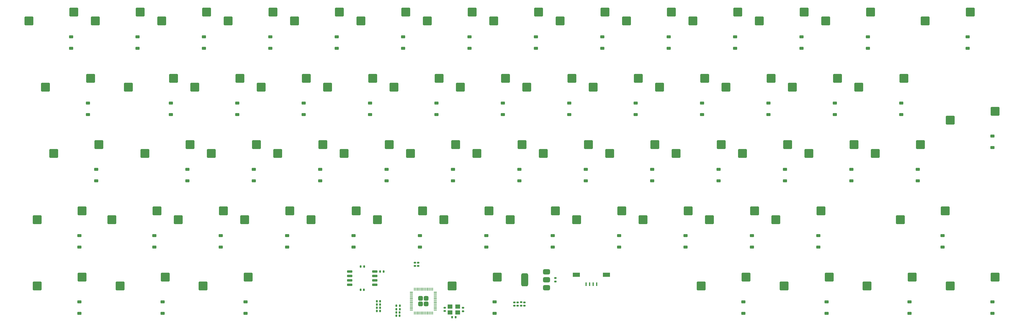
<source format=gbr>
%TF.GenerationSoftware,KiCad,Pcbnew,8.0.3*%
%TF.CreationDate,2024-08-17T23:38:57+08:00*%
%TF.ProjectId,PH60_Rev3,50483630-5f52-4657-9633-2e6b69636164,rev?*%
%TF.SameCoordinates,Original*%
%TF.FileFunction,Paste,Bot*%
%TF.FilePolarity,Positive*%
%FSLAX46Y46*%
G04 Gerber Fmt 4.6, Leading zero omitted, Abs format (unit mm)*
G04 Created by KiCad (PCBNEW 8.0.3) date 2024-08-17 23:38:57*
%MOMM*%
%LPD*%
G01*
G04 APERTURE LIST*
G04 Aperture macros list*
%AMRoundRect*
0 Rectangle with rounded corners*
0 $1 Rounding radius*
0 $2 $3 $4 $5 $6 $7 $8 $9 X,Y pos of 4 corners*
0 Add a 4 corners polygon primitive as box body*
4,1,4,$2,$3,$4,$5,$6,$7,$8,$9,$2,$3,0*
0 Add four circle primitives for the rounded corners*
1,1,$1+$1,$2,$3*
1,1,$1+$1,$4,$5*
1,1,$1+$1,$6,$7*
1,1,$1+$1,$8,$9*
0 Add four rect primitives between the rounded corners*
20,1,$1+$1,$2,$3,$4,$5,0*
20,1,$1+$1,$4,$5,$6,$7,0*
20,1,$1+$1,$6,$7,$8,$9,0*
20,1,$1+$1,$8,$9,$2,$3,0*%
G04 Aperture macros list end*
%ADD10RoundRect,0.250000X-1.025000X-1.000000X1.025000X-1.000000X1.025000X1.000000X-1.025000X1.000000X0*%
%ADD11RoundRect,0.225000X0.375000X-0.225000X0.375000X0.225000X-0.375000X0.225000X-0.375000X-0.225000X0*%
%ADD12RoundRect,0.140000X0.170000X-0.140000X0.170000X0.140000X-0.170000X0.140000X-0.170000X-0.140000X0*%
%ADD13RoundRect,0.135000X-0.135000X-0.185000X0.135000X-0.185000X0.135000X0.185000X-0.135000X0.185000X0*%
%ADD14RoundRect,0.249999X-0.395001X0.395001X-0.395001X-0.395001X0.395001X-0.395001X0.395001X0.395001X0*%
%ADD15RoundRect,0.050000X-0.050000X0.387500X-0.050000X-0.387500X0.050000X-0.387500X0.050000X0.387500X0*%
%ADD16RoundRect,0.050000X-0.387500X0.050000X-0.387500X-0.050000X0.387500X-0.050000X0.387500X0.050000X0*%
%ADD17RoundRect,0.140000X0.140000X0.170000X-0.140000X0.170000X-0.140000X-0.170000X0.140000X-0.170000X0*%
%ADD18RoundRect,0.375000X0.625000X0.375000X-0.625000X0.375000X-0.625000X-0.375000X0.625000X-0.375000X0*%
%ADD19RoundRect,0.500000X0.500000X1.400000X-0.500000X1.400000X-0.500000X-1.400000X0.500000X-1.400000X0*%
%ADD20RoundRect,0.140000X-0.170000X0.140000X-0.170000X-0.140000X0.170000X-0.140000X0.170000X0.140000X0*%
%ADD21RoundRect,0.135000X0.135000X0.185000X-0.135000X0.185000X-0.135000X-0.185000X0.135000X-0.185000X0*%
%ADD22RoundRect,0.150000X0.650000X0.150000X-0.650000X0.150000X-0.650000X-0.150000X0.650000X-0.150000X0*%
%ADD23RoundRect,0.140000X-0.140000X-0.170000X0.140000X-0.170000X0.140000X0.170000X-0.140000X0.170000X0*%
%ADD24R,1.400000X1.200000*%
%ADD25R,0.400000X1.000000*%
%ADD26R,2.000000X1.300000*%
G04 APERTURE END LIST*
D10*
%TO.C,S36*%
X150077500Y-45085000D03*
X163004500Y-42545000D03*
%TD*%
%TO.C,S19*%
X88165000Y-26035000D03*
X101092000Y-23495000D03*
%TD*%
%TO.C,S35*%
X131027500Y-45085000D03*
X143954500Y-42545000D03*
%TD*%
%TO.C,S28*%
X266758750Y-35560000D03*
X279685750Y-33020000D03*
%TD*%
%TO.C,S13*%
X231040000Y-6985000D03*
X243967000Y-4445000D03*
%TD*%
%TO.C,S2*%
X21490000Y-6985000D03*
X34417000Y-4445000D03*
%TD*%
%TO.C,S49*%
X140552500Y-64135000D03*
X153479500Y-61595000D03*
%TD*%
%TO.C,S54*%
X252471250Y-64135000D03*
X265398250Y-61595000D03*
%TD*%
%TO.C,S29*%
X9583750Y-45085000D03*
X22510750Y-42545000D03*
%TD*%
%TO.C,S25*%
X202465000Y-26035000D03*
X215392000Y-23495000D03*
%TD*%
%TO.C,S55*%
X4821250Y-83185000D03*
X17748250Y-80645000D03*
%TD*%
%TO.C,S26*%
X221515000Y-26035000D03*
X234442000Y-23495000D03*
%TD*%
%TO.C,S62*%
X266758750Y-83185000D03*
X279685750Y-80645000D03*
%TD*%
%TO.C,S31*%
X54827500Y-45085000D03*
X67754500Y-42545000D03*
%TD*%
%TO.C,S44*%
X45302500Y-64135000D03*
X58229500Y-61595000D03*
%TD*%
%TO.C,S59*%
X195321250Y-83185000D03*
X208248250Y-80645000D03*
%TD*%
%TO.C,S45*%
X64352500Y-64135000D03*
X77279500Y-61595000D03*
%TD*%
%TO.C,S34*%
X111977500Y-45085000D03*
X124904500Y-42545000D03*
%TD*%
%TO.C,S37*%
X169127500Y-45085000D03*
X182054500Y-42545000D03*
%TD*%
%TO.C,S46*%
X83402500Y-64135000D03*
X96329500Y-61595000D03*
%TD*%
%TO.C,S20*%
X107215000Y-26035000D03*
X120142000Y-23495000D03*
%TD*%
%TO.C,S9*%
X154840000Y-6985000D03*
X167767000Y-4445000D03*
%TD*%
%TO.C,S33*%
X92927500Y-45085000D03*
X105854500Y-42545000D03*
%TD*%
%TO.C,S39*%
X207227500Y-45085000D03*
X220154500Y-42545000D03*
%TD*%
%TO.C,S38*%
X188177500Y-45085000D03*
X201104500Y-42545000D03*
%TD*%
%TO.C,S5*%
X78640000Y-6985000D03*
X91567000Y-4445000D03*
%TD*%
%TO.C,S8*%
X135790000Y-6985000D03*
X148717000Y-4445000D03*
%TD*%
%TO.C,S40*%
X226277500Y-45085000D03*
X239204500Y-42545000D03*
%TD*%
%TO.C,S30*%
X35777500Y-45085000D03*
X48704500Y-42545000D03*
%TD*%
%TO.C,S21*%
X126265000Y-26035000D03*
X139192000Y-23495000D03*
%TD*%
%TO.C,S12*%
X211990000Y-6985000D03*
X224917000Y-4445000D03*
%TD*%
%TO.C,S15*%
X7202500Y-26035000D03*
X20129500Y-23495000D03*
%TD*%
%TO.C,S11*%
X192940000Y-6985000D03*
X205867000Y-4445000D03*
%TD*%
%TO.C,S18*%
X69115000Y-26035000D03*
X82042000Y-23495000D03*
%TD*%
%TO.C,S60*%
X219133750Y-83185000D03*
X232060750Y-80645000D03*
%TD*%
%TO.C,S56*%
X28633750Y-83185000D03*
X41560750Y-80645000D03*
%TD*%
%TO.C,S50*%
X159602500Y-64135000D03*
X172529500Y-61595000D03*
%TD*%
%TO.C,S43*%
X26252500Y-64135000D03*
X39179500Y-61595000D03*
%TD*%
%TO.C,S51*%
X178652500Y-64135000D03*
X191579500Y-61595000D03*
%TD*%
%TO.C,S52*%
X197702500Y-64135000D03*
X210629500Y-61595000D03*
%TD*%
%TO.C,S48*%
X121502500Y-64135000D03*
X134429500Y-61595000D03*
%TD*%
%TO.C,S42*%
X4821250Y-64135000D03*
X17748250Y-61595000D03*
%TD*%
%TO.C,S22*%
X145315000Y-26035000D03*
X158242000Y-23495000D03*
%TD*%
%TO.C,S61*%
X242946250Y-83185000D03*
X255873250Y-80645000D03*
%TD*%
%TO.C,S14*%
X259615000Y-6985000D03*
X272542000Y-4445000D03*
%TD*%
%TO.C,S4*%
X59590000Y-6985000D03*
X72517000Y-4445000D03*
%TD*%
%TO.C,S10*%
X173890000Y-6985000D03*
X186817000Y-4445000D03*
%TD*%
%TO.C,S41*%
X245327500Y-45085000D03*
X258254500Y-42545000D03*
%TD*%
%TO.C,S47*%
X102452500Y-64135000D03*
X115379500Y-61595000D03*
%TD*%
%TO.C,S3*%
X40540000Y-6985000D03*
X53467000Y-4445000D03*
%TD*%
%TO.C,S16*%
X31015000Y-26035000D03*
X43942000Y-23495000D03*
%TD*%
%TO.C,S7*%
X116740000Y-6985000D03*
X129667000Y-4445000D03*
%TD*%
%TO.C,S23*%
X164365000Y-26035000D03*
X177292000Y-23495000D03*
%TD*%
%TO.C,S53*%
X216752500Y-64135000D03*
X229679500Y-61595000D03*
%TD*%
%TO.C,S27*%
X240565000Y-26035000D03*
X253492000Y-23495000D03*
%TD*%
%TO.C,S6*%
X97690000Y-6985000D03*
X110617000Y-4445000D03*
%TD*%
%TO.C,S24*%
X183415000Y-26035000D03*
X196342000Y-23495000D03*
%TD*%
%TO.C,S58*%
X123883750Y-83185000D03*
X136810750Y-80645000D03*
%TD*%
%TO.C,S57*%
X52446250Y-83185000D03*
X65373250Y-80645000D03*
%TD*%
%TO.C,S1*%
X2440000Y-6985000D03*
X15367000Y-4445000D03*
%TD*%
%TO.C,S32*%
X73877500Y-45085000D03*
X86804500Y-42545000D03*
%TD*%
%TO.C,S17*%
X50065000Y-26035000D03*
X62992000Y-23495000D03*
%TD*%
D11*
%TO.C,D42*%
X16986250Y-71975000D03*
X16986250Y-68675000D03*
%TD*%
D12*
%TO.C,C7*%
X141750000Y-88850000D03*
X141750000Y-87890000D03*
%TD*%
D11*
%TO.C,D38*%
X200342500Y-52925000D03*
X200342500Y-49625000D03*
%TD*%
%TO.C,D18*%
X81280000Y-33875000D03*
X81280000Y-30575000D03*
%TD*%
D13*
%TO.C,R3*%
X107880000Y-88900000D03*
X108900000Y-88900000D03*
%TD*%
D11*
%TO.C,D55*%
X16986250Y-91025000D03*
X16986250Y-87725000D03*
%TD*%
%TO.C,D23*%
X176530000Y-33875000D03*
X176530000Y-30575000D03*
%TD*%
%TO.C,D53*%
X228917500Y-71975000D03*
X228917500Y-68675000D03*
%TD*%
D12*
%TO.C,C3*%
X127000000Y-90430000D03*
X127000000Y-89470000D03*
%TD*%
D14*
%TO.C,U3*%
X116450000Y-86737500D03*
X114850000Y-86737500D03*
X116450000Y-88337500D03*
X114850000Y-88337500D03*
D15*
X113050000Y-84100000D03*
X113450000Y-84100000D03*
X113850000Y-84100000D03*
X114250000Y-84100000D03*
X114650000Y-84100000D03*
X115050000Y-84100000D03*
X115450000Y-84100000D03*
X115850000Y-84100000D03*
X116250000Y-84100000D03*
X116650000Y-84100000D03*
X117050000Y-84100000D03*
X117450000Y-84100000D03*
X117850000Y-84100000D03*
X118250000Y-84100000D03*
D16*
X119087500Y-84937500D03*
X119087500Y-85337500D03*
X119087500Y-85737500D03*
X119087500Y-86137500D03*
X119087500Y-86537500D03*
X119087500Y-86937500D03*
X119087500Y-87337500D03*
X119087500Y-87737500D03*
X119087500Y-88137500D03*
X119087500Y-88537500D03*
X119087500Y-88937500D03*
X119087500Y-89337500D03*
X119087500Y-89737500D03*
X119087500Y-90137500D03*
D15*
X118250000Y-90975000D03*
X117850000Y-90975000D03*
X117450000Y-90975000D03*
X117050000Y-90975000D03*
X116650000Y-90975000D03*
X116250000Y-90975000D03*
X115850000Y-90975000D03*
X115450000Y-90975000D03*
X115050000Y-90975000D03*
X114650000Y-90975000D03*
X114250000Y-90975000D03*
X113850000Y-90975000D03*
X113450000Y-90975000D03*
X113050000Y-90975000D03*
D16*
X112212500Y-90137500D03*
X112212500Y-89737500D03*
X112212500Y-89337500D03*
X112212500Y-88937500D03*
X112212500Y-88537500D03*
X112212500Y-88137500D03*
X112212500Y-87737500D03*
X112212500Y-87337500D03*
X112212500Y-86937500D03*
X112212500Y-86537500D03*
X112212500Y-86137500D03*
X112212500Y-85737500D03*
X112212500Y-85337500D03*
X112212500Y-84937500D03*
%TD*%
D11*
%TO.C,D50*%
X171767500Y-71975000D03*
X171767500Y-68675000D03*
%TD*%
%TO.C,D57*%
X64611250Y-91025000D03*
X64611250Y-87725000D03*
%TD*%
D17*
%TO.C,C13*%
X103250000Y-88530000D03*
X102290000Y-88530000D03*
%TD*%
D11*
%TO.C,D15*%
X19367500Y-33875000D03*
X19367500Y-30575000D03*
%TD*%
D17*
%TO.C,C10*%
X108850000Y-91750000D03*
X107890000Y-91750000D03*
%TD*%
D11*
%TO.C,D8*%
X147955000Y-14825000D03*
X147955000Y-11525000D03*
%TD*%
D18*
%TO.C,U1*%
X151000000Y-79100000D03*
X151000000Y-81400000D03*
X151000000Y-83700000D03*
D19*
X144700000Y-81400000D03*
%TD*%
D12*
%TO.C,C11*%
X144600000Y-88850000D03*
X144600000Y-87890000D03*
%TD*%
D11*
%TO.C,D19*%
X100330000Y-33875000D03*
X100330000Y-30575000D03*
%TD*%
%TO.C,D21*%
X138430000Y-33875000D03*
X138430000Y-30575000D03*
%TD*%
%TO.C,D40*%
X238442500Y-52925000D03*
X238442500Y-49625000D03*
%TD*%
%TO.C,D36*%
X162242500Y-52925000D03*
X162242500Y-49625000D03*
%TD*%
D20*
%TO.C,C2*%
X121800000Y-89450000D03*
X121800000Y-90410000D03*
%TD*%
D11*
%TO.C,D52*%
X209867500Y-71975000D03*
X209867500Y-68675000D03*
%TD*%
%TO.C,D16*%
X43180000Y-33875000D03*
X43180000Y-30575000D03*
%TD*%
%TO.C,D28*%
X278923750Y-43400000D03*
X278923750Y-40100000D03*
%TD*%
%TO.C,D58*%
X136048750Y-91025000D03*
X136048750Y-87725000D03*
%TD*%
%TO.C,D59*%
X207486250Y-91025000D03*
X207486250Y-87725000D03*
%TD*%
%TO.C,D48*%
X133667500Y-71975000D03*
X133667500Y-68675000D03*
%TD*%
D17*
%TO.C,C14*%
X103250000Y-89450000D03*
X102290000Y-89450000D03*
%TD*%
D21*
%TO.C,R5*%
X124900000Y-92150000D03*
X123880000Y-92150000D03*
%TD*%
D11*
%TO.C,D49*%
X152717500Y-71975000D03*
X152717500Y-68675000D03*
%TD*%
%TO.C,D35*%
X143192500Y-52925000D03*
X143192500Y-49625000D03*
%TD*%
D12*
%TO.C,C15*%
X114120000Y-77460000D03*
X114120000Y-76500000D03*
%TD*%
D11*
%TO.C,D43*%
X38417500Y-71975000D03*
X38417500Y-68675000D03*
%TD*%
%TO.C,D45*%
X76517500Y-71975000D03*
X76517500Y-68675000D03*
%TD*%
%TO.C,D10*%
X186055000Y-14825000D03*
X186055000Y-11525000D03*
%TD*%
%TO.C,D37*%
X181292500Y-52925000D03*
X181292500Y-49625000D03*
%TD*%
%TO.C,D56*%
X40798750Y-91025000D03*
X40798750Y-87725000D03*
%TD*%
%TO.C,D44*%
X57467500Y-71975000D03*
X57467500Y-68675000D03*
%TD*%
%TO.C,D6*%
X109855000Y-14825000D03*
X109855000Y-11525000D03*
%TD*%
%TO.C,D30*%
X47942500Y-52925000D03*
X47942500Y-49625000D03*
%TD*%
D12*
%TO.C,C4*%
X142700000Y-88850000D03*
X142700000Y-87890000D03*
%TD*%
D17*
%TO.C,C6*%
X103240000Y-87600000D03*
X102280000Y-87600000D03*
%TD*%
D11*
%TO.C,D12*%
X224155000Y-14825000D03*
X224155000Y-11525000D03*
%TD*%
%TO.C,D32*%
X86042500Y-52925000D03*
X86042500Y-49625000D03*
%TD*%
D12*
%TO.C,C16*%
X113200000Y-77460000D03*
X113200000Y-76500000D03*
%TD*%
D11*
%TO.C,D25*%
X214630000Y-33875000D03*
X214630000Y-30575000D03*
%TD*%
%TO.C,D20*%
X119380000Y-33875000D03*
X119380000Y-30575000D03*
%TD*%
D22*
%TO.C,U2*%
X101700000Y-79045000D03*
X101700000Y-80315000D03*
X101700000Y-81585000D03*
X101700000Y-82855000D03*
X94500000Y-82855000D03*
X94500000Y-81585000D03*
X94500000Y-80315000D03*
X94500000Y-79045000D03*
%TD*%
D11*
%TO.C,D39*%
X219392500Y-52925000D03*
X219392500Y-49625000D03*
%TD*%
%TO.C,D3*%
X52705000Y-14825000D03*
X52705000Y-11525000D03*
%TD*%
%TO.C,D22*%
X157480000Y-33875000D03*
X157480000Y-30575000D03*
%TD*%
%TO.C,D60*%
X231298750Y-91025000D03*
X231298750Y-87725000D03*
%TD*%
D17*
%TO.C,C8*%
X108850000Y-90800000D03*
X107890000Y-90800000D03*
%TD*%
D11*
%TO.C,D61*%
X255111250Y-91025000D03*
X255111250Y-87725000D03*
%TD*%
%TO.C,D1*%
X14605000Y-14825000D03*
X14605000Y-11525000D03*
%TD*%
%TO.C,D62*%
X278923750Y-91025000D03*
X278923750Y-87725000D03*
%TD*%
%TO.C,D26*%
X233680000Y-33875000D03*
X233680000Y-30575000D03*
%TD*%
%TO.C,D17*%
X62230000Y-33875000D03*
X62230000Y-30575000D03*
%TD*%
%TO.C,D4*%
X71755000Y-14825000D03*
X71755000Y-11525000D03*
%TD*%
D12*
%TO.C,C12*%
X143650000Y-88830000D03*
X143650000Y-87870000D03*
%TD*%
D21*
%TO.C,R1*%
X104210000Y-79050000D03*
X103190000Y-79050000D03*
%TD*%
D23*
%TO.C,C5*%
X97620000Y-84300000D03*
X98580000Y-84300000D03*
%TD*%
D24*
%TO.C,Y1*%
X125500000Y-90800000D03*
X123300000Y-90800000D03*
X123300000Y-89100000D03*
X125500000Y-89100000D03*
%TD*%
D11*
%TO.C,D51*%
X190817500Y-71975000D03*
X190817500Y-68675000D03*
%TD*%
D12*
%TO.C,C1*%
X153550000Y-81880000D03*
X153550000Y-80920000D03*
%TD*%
D11*
%TO.C,D47*%
X114617500Y-71975000D03*
X114617500Y-68675000D03*
%TD*%
%TO.C,D5*%
X90805000Y-14825000D03*
X90805000Y-11525000D03*
%TD*%
D13*
%TO.C,R2*%
X97600000Y-77600000D03*
X98620000Y-77600000D03*
%TD*%
D11*
%TO.C,D46*%
X95567500Y-71975000D03*
X95567500Y-68675000D03*
%TD*%
%TO.C,D29*%
X21748750Y-52925000D03*
X21748750Y-49625000D03*
%TD*%
D25*
%TO.C,J3*%
X162350000Y-82650000D03*
X163350000Y-82650000D03*
X164350000Y-82650000D03*
X165350000Y-82650000D03*
D26*
X159550000Y-79950000D03*
X168150000Y-79950000D03*
%TD*%
D11*
%TO.C,D2*%
X33655000Y-14825000D03*
X33655000Y-11525000D03*
%TD*%
%TO.C,D34*%
X124142500Y-52925000D03*
X124142500Y-49625000D03*
%TD*%
%TO.C,D14*%
X271780000Y-14825000D03*
X271780000Y-11525000D03*
%TD*%
%TO.C,D41*%
X257492500Y-52925000D03*
X257492500Y-49625000D03*
%TD*%
%TO.C,D7*%
X128905000Y-14825000D03*
X128905000Y-11525000D03*
%TD*%
%TO.C,D13*%
X243205000Y-14825000D03*
X243205000Y-11525000D03*
%TD*%
%TO.C,D9*%
X167005000Y-14825000D03*
X167005000Y-11525000D03*
%TD*%
%TO.C,D31*%
X66992500Y-52925000D03*
X66992500Y-49625000D03*
%TD*%
%TO.C,D33*%
X105092500Y-52925000D03*
X105092500Y-49625000D03*
%TD*%
D13*
%TO.C,R4*%
X107880000Y-89850000D03*
X108900000Y-89850000D03*
%TD*%
D11*
%TO.C,D11*%
X205105000Y-14825000D03*
X205105000Y-11525000D03*
%TD*%
D17*
%TO.C,C9*%
X103230000Y-90400000D03*
X102270000Y-90400000D03*
%TD*%
D11*
%TO.C,D24*%
X195580000Y-33875000D03*
X195580000Y-30575000D03*
%TD*%
%TO.C,D54*%
X264636250Y-71975000D03*
X264636250Y-68675000D03*
%TD*%
%TO.C,D27*%
X252730000Y-33875000D03*
X252730000Y-30575000D03*
%TD*%
M02*

</source>
